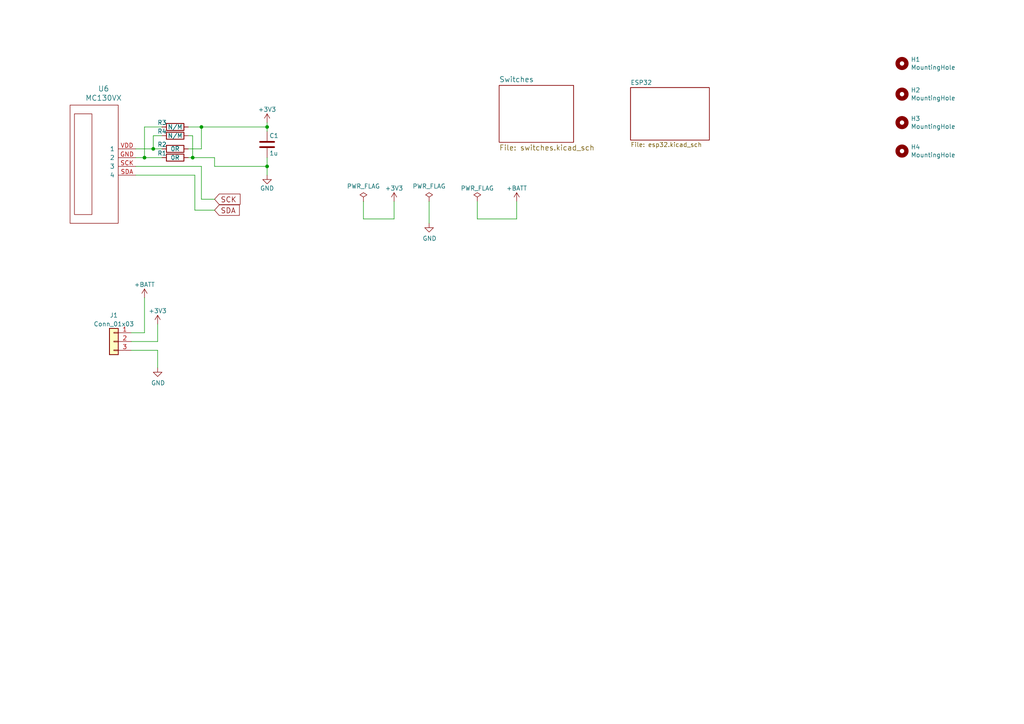
<source format=kicad_sch>
(kicad_sch (version 20230409) (generator eeschema)
  (paper "A4")
  (lib_symbols
    (symbol "Connector_Generic:Conn_01x03" (pin_names (offset 1.016) hide)
      (property "Reference" "J" (at 0 5.08 0))
      (property "Value" "Conn_01x03" (at 0 -5.08 0))
      (symbol "Conn_01x03_1_1"
        (rectangle (start -1.27 -2.413) (end 0 -2.667) (stroke (width 0.1524)))
        (rectangle (start -1.27 0.127) (end 0 -0.127) (stroke (width 0.1524)))
        (rectangle (start -1.27 2.667) (end 0 2.413) (stroke (width 0.1524)))
        (rectangle (start -1.27 3.81) (end 1.27 -3.81) (stroke (width 0.254)) (fill (type background)))
        (pin passive line (at -5.08 2.54 0) (length 3.81) (name "Pin_1") (number "1"))
        (pin passive line (at -5.08 0 0) (length 3.81) (name "Pin_2") (number "2"))
        (pin passive line (at -5.08 -2.54 0) (length 3.81) (name "Pin_3") (number "3"))
      )
    )
    (symbol "Device:R" (pin_numbers hide) (pin_names (offset 0))
      (property "Reference" "R" (at 2.032 0 90))
      (property "Value" "R" (at 0 0 90))
      (symbol "R_0_1"
        (rectangle (start -1.016 -2.54) (end 1.016 2.54) (stroke (width 0.254)))
      )
      (symbol "R_1_1"
        (pin passive line (at 0 3.81 270) (length 1.27) (name "~") (number "1"))
        (pin passive line (at 0 -3.81 90) (length 1.27) (name "~") (number "2"))
      )
    )
    (symbol "Mechanical:MountingHole" (pin_names (offset 1.016))
      (property "Reference" "H" (at 0 5.08 0))
      (property "Value" "MountingHole" (at 0 3.175 0))
      (symbol "MountingHole_0_1"
        (circle (center 0 0) (radius 1.27) (stroke (width 1.27)))
      )
    )
    (symbol "oled:OLED_4pin_I2C" (pin_names (offset 1.016))
      (property "Reference" "U" (at -11.43 11.43 0))
      (property "Value" "OLED_4pin_I2C" (at -3.81 8.89 0))
      (symbol "OLED_4pin_I2C_0_1"
        (rectangle (start -12.7 7.62) (end 21.59 -6.35))
        (rectangle (start -10.16 6.35) (end 19.05 1.27))
      )
      (symbol "OLED_4pin_I2C_1_1"
        (pin power_in line (at 2.54 -11.43 90) (length 5.08) (name "2") (number "GND"))
        (pin input line (at 5.08 -11.43 90) (length 5.08) (name "3") (number "SCK"))
        (pin input line (at 7.62 -11.43 90) (length 5.08) (name "4") (number "SDA"))
        (pin power_in line (at 0 -11.43 90) (length 5.08) (name "1") (number "VDD"))
      )
    )
    (symbol "power:+3V3" (power) (pin_names (offset 0))
      (property "Value" "+3V3" (at 0 3.556 0))
      (symbol "+3V3_0_1"
        (polyline (pts (xy -0.762 1.27) (xy 0 2.54)))
        (polyline (pts (xy 0 0) (xy 0 2.54)))
        (polyline (pts (xy 0 2.54) (xy 0.762 1.27)))
      )
      (symbol "+3V3_1_1"
        (pin power_in line (at 0 0 90) (length 0) hide (name "+3V3") (number "1"))
      )
    )
    (symbol "power:+BATT" (power) (pin_names (offset 0))
      (property "Value" "+BATT" (at 0 3.556 0))
      (symbol "+BATT_0_1"
        (polyline (pts (xy -0.762 1.27) (xy 0 2.54)))
        (polyline (pts (xy 0 0) (xy 0 2.54)))
        (polyline (pts (xy 0 2.54) (xy 0.762 1.27)))
      )
      (symbol "+BATT_1_1"
        (pin power_in line (at 0 0 90) (length 0) hide (name "+BATT") (number "1"))
      )
    )
    (symbol "power:GND" (power) (pin_names (offset 0))
      (property "Value" "GND" (at 0 -3.81 0))
      (symbol "GND_0_1"
        (polyline (pts (xy 0 0) (xy 0 -1.27) (xy 1.27 -1.27) (xy 0 -2.54) (xy -1.27 -1.27) (xy 0 -1.27)))
      )
      (symbol "GND_1_1"
        (pin power_in line (at 0 0 270) (length 0) hide (name "GND") (number "1"))
      )
    )
    (symbol "power:PWR_FLAG" (power) (pin_numbers hide) (pin_names (offset 0) hide)
      (property "Value" "PWR_FLAG" (at 0 3.81 0))
      (symbol "PWR_FLAG_0_0"
        (pin power_out line (at 0 0 90) (length 0) (name "pwr") (number "1"))
      )
      (symbol "PWR_FLAG_0_1"
        (polyline (pts (xy 0 0) (xy 0 1.27) (xy -1.016 1.905) (xy 0 2.54) (xy 1.016 1.905) (xy 0 1.27)))
      )
    )
    (symbol "remote-rescue:C" (pin_numbers hide) (pin_names (offset 0.254))
      (property "Reference" "C" (at 0.635 2.54 0))
      (property "Value" "C" (at 0.635 -2.54 0))
      (symbol "C_0_1"
        (polyline (pts (xy -2.032 -0.762) (xy 2.032 -0.762)) (stroke (width 0.508)))
        (polyline (pts (xy -2.032 0.762) (xy 2.032 0.762)) (stroke (width 0.508)))
      )
      (symbol "C_1_1"
        (pin passive line (at 0 3.81 270) (length 2.794) (name "~") (number "1"))
        (pin passive line (at 0 -3.81 90) (length 2.794) (name "~") (number "2"))
      )
    )
    (symbol "remote-rescue:GND" (power) (pin_names (offset 0))
      (property "Value" "GND" (at 0 -3.81 0))
      (symbol "GND_0_1"
        (polyline (pts (xy 0 0) (xy 0 -1.27) (xy 1.27 -1.27) (xy 0 -2.54) (xy -1.27 -1.27) (xy 0 -1.27)))
      )
      (symbol "GND_1_1"
        (pin power_in line (at 0 0 270) (length 0) hide (name "GND") (number "1"))
      )
    )
  )
  (junction (at 77.47 36.83))
  (junction (at 77.47 48.26))
  (junction (at 44.45 43.18))
  (junction (at 41.91 45.72))
  (junction (at 55.88 45.72))
  (junction (at 58.42 36.83))
  (wire (pts (xy 46.99 39.37) (xy 44.45 39.37)))
  (wire (pts (xy 39.37 43.18) (xy 44.45 43.18)))
  (wire (pts (xy 38.1 101.6) (xy 45.72 101.6)))
  (wire (pts (xy 55.88 45.72) (xy 62.23 45.72)))
  (wire (pts (xy 45.72 99.06) (xy 45.72 93.98)))
  (wire (pts (xy 45.72 101.6) (xy 45.72 106.68)))
  (wire (pts (xy 38.1 99.06) (xy 45.72 99.06)))
  (wire (pts (xy 41.91 96.52) (xy 38.1 96.52)))
  (wire (pts (xy 58.42 57.785) (xy 62.23 57.785)))
  (wire (pts (xy 56.515 50.8) (xy 56.515 60.96)))
  (wire (pts (xy 44.45 39.37) (xy 44.45 43.18)))
  (wire (pts (xy 58.42 43.18) (xy 58.42 36.83)))
  (wire (pts (xy 55.88 39.37) (xy 55.88 45.72)))
  (wire (pts (xy 77.47 35.56) (xy 77.47 36.83)))
  (wire (pts (xy 39.37 48.26) (xy 58.42 48.26)))
  (wire (pts (xy 39.37 45.72) (xy 41.91 45.72)))
  (wire (pts (xy 39.37 50.8) (xy 56.515 50.8)))
  (wire (pts (xy 62.23 45.72) (xy 62.23 48.26)))
  (wire (pts (xy 149.86 63.5) (xy 138.43 63.5)))
  (wire (pts (xy 124.46 64.77) (xy 124.46 58.42)))
  (wire (pts (xy 46.99 36.83) (xy 41.91 36.83)))
  (wire (pts (xy 56.515 60.96) (xy 62.23 60.96)))
  (wire (pts (xy 149.86 58.42) (xy 149.86 63.5)))
  (wire (pts (xy 41.91 86.36) (xy 41.91 96.52)))
  (wire (pts (xy 77.47 48.26) (xy 77.47 50.8)))
  (wire (pts (xy 58.42 36.83) (xy 77.47 36.83)))
  (wire (pts (xy 44.45 43.18) (xy 46.99 43.18)))
  (wire (pts (xy 54.61 36.83) (xy 58.42 36.83)))
  (wire (pts (xy 62.23 48.26) (xy 77.47 48.26)))
  (wire (pts (xy 77.47 36.83) (xy 77.47 38.1)))
  (wire (pts (xy 105.41 63.5) (xy 114.3 63.5)))
  (wire (pts (xy 54.61 45.72) (xy 55.88 45.72)))
  (wire (pts (xy 54.61 39.37) (xy 55.88 39.37)))
  (wire (pts (xy 77.47 45.72) (xy 77.47 48.26)))
  (wire (pts (xy 54.61 43.18) (xy 58.42 43.18)))
  (wire (pts (xy 114.3 63.5) (xy 114.3 58.42)))
  (wire (pts (xy 105.41 58.42) (xy 105.41 63.5)))
  (wire (pts (xy 41.91 45.72) (xy 46.99 45.72)))
  (wire (pts (xy 138.43 63.5) (xy 138.43 58.42)))
  (wire (pts (xy 58.42 48.26) (xy 58.42 57.785)))
  (wire (pts (xy 41.91 36.83) (xy 41.91 45.72)))
  (global_label "SDA" (shape input) (at 62.23 60.96 0) (effects (font (size 1.524 1.524))) (property "Intersheetrefs" "${INTERSHEET_REFS}" (effects hide)))
  (global_label "SCK" (shape input) (at 62.23 57.785 0) (effects (font (size 1.524 1.524))) (property "Intersheetrefs" "${INTERSHEET_REFS}" (effects hide)))
  (symbol (lib_id "remote-rescue:GND") (at 77.47 50.8 0) (unit 1)
    (property "Reference" "#PWR0102" (effects hide))
    (property "Value" "GND" (at 77.47 54.61 0))
  )
  (symbol (lib_id "remote-rescue:C") (at 77.47 41.91 0) (unit 1)
    (property "Reference" "C1" (at 78.105 39.37 0) (effects (justify left)))
    (property "Value" "1u" (at 78.105 44.45 0) (effects (justify left)))
    (property "Footprint" "Capacitor_SMD:C_0805_2012Metric" (effects hide))
  )
  (symbol (lib_id "power:GND") (at 45.72 106.68 0) (unit 1)
    (property "Reference" "#PWR02" (effects hide))
    (property "Value" "GND" (at 45.847 111.0742 0))
  )
  (symbol (lib_id "power:PWR_FLAG") (at 105.41 58.42 0) (unit 1)
    (property "Reference" "#FLG0101" (effects hide))
    (property "Value" "PWR_FLAG" (at 105.41 54.0258 0))
  )
  (symbol (lib_id "power:PWR_FLAG") (at 124.46 58.42 0) (unit 1)
    (property "Reference" "#FLG0102" (effects hide))
    (property "Value" "PWR_FLAG" (at 124.46 54.0258 0))
  )
  (symbol (lib_id "power:GND") (at 124.46 64.77 0) (unit 1)
    (property "Reference" "#PWR0128" (effects hide))
    (property "Value" "GND" (at 124.587 69.1642 0))
  )
  (symbol (lib_id "oled:OLED_4pin_I2C") (at 27.94 43.18 90) (mirror x) (unit 1)
    (property "Reference" "U6" (at 30.0482 25.7302 90) (effects (font (size 1.524 1.524))))
    (property "Value" "MC130VX" (at 30.0482 28.4226 90) (effects (font (size 1.524 1.524))))
    (property "Footprint" "Remote:Display_OLED_4pin_I2C" (effects hide))
  )
  (symbol (lib_id "Mechanical:MountingHole") (at 261.62 18.415 0) (unit 1)
    (property "Reference" "H1" (at 264.16 17.2466 0) (effects (justify left)))
    (property "Value" "MountingHole" (at 264.16 19.558 0) (effects (justify left)))
    (property "Footprint" "MountingHole:MountingHole_3.2mm_M3" (effects hide))
  )
  (symbol (lib_id "Mechanical:MountingHole") (at 261.62 27.305 0) (unit 1)
    (property "Reference" "H2" (at 264.16 26.1366 0) (effects (justify left)))
    (property "Value" "MountingHole" (at 264.16 28.448 0) (effects (justify left)))
    (property "Footprint" "MountingHole:MountingHole_3.2mm_M3" (effects hide))
  )
  (symbol (lib_id "Mechanical:MountingHole") (at 261.62 35.56 0) (unit 1)
    (property "Reference" "H3" (at 264.16 34.3916 0) (effects (justify left)))
    (property "Value" "MountingHole" (at 264.16 36.703 0) (effects (justify left)))
    (property "Footprint" "MountingHole:MountingHole_3.2mm_M3" (effects hide))
  )
  (symbol (lib_id "Mechanical:MountingHole") (at 261.62 43.815 0) (unit 1)
    (property "Reference" "H4" (at 264.16 42.6466 0) (effects (justify left)))
    (property "Value" "MountingHole" (at 264.16 44.958 0) (effects (justify left)))
    (property "Footprint" "MountingHole:MountingHole_3.2mm_M3" (effects hide))
  )
  (symbol (lib_id "Device:R") (at 50.8 43.18 90) (unit 1)
    (property "Reference" "R2" (at 46.99 41.91 90))
    (property "Value" "0R" (at 50.8 43.18 90))
    (property "Footprint" "Capacitor_SMD:C_0603_1608Metric" (effects hide))
  )
  (symbol (lib_id "power:+BATT") (at 149.86 58.42 0) (unit 1)
    (property "Reference" "#PWR019" (effects hide))
    (property "Value" "+BATT" (at 149.86 54.61 0))
  )
  (symbol (lib_id "Connector_Generic:Conn_01x03") (at 33.02 99.06 0) (mirror y) (unit 1)
    (property "Reference" "J1" (at 33.02 91.44 0))
    (property "Value" "Conn_01x03" (at 33.02 93.98 0))
    (property "Footprint" "Connector_JST:JST_XH_B03B-XH-A_1x03_P2.50mm_Vertical" (effects hide))
  )
  (symbol (lib_id "Device:R") (at 50.8 36.83 90) (unit 1)
    (property "Reference" "R3" (at 46.99 35.56 90))
    (property "Value" "N/M" (at 50.8 36.83 90))
    (property "Footprint" "Resistor_SMD:R_0603_1608Metric" (effects hide))
  )
  (symbol (lib_id "Device:R") (at 50.8 39.37 90) (unit 1)
    (property "Reference" "R4" (at 46.99 38.1 90))
    (property "Value" "N/M" (at 50.8 39.37 90))
    (property "Footprint" "Resistor_SMD:R_0603_1608Metric" (effects hide))
  )
  (symbol (lib_id "power:PWR_FLAG") (at 138.43 58.42 0) (unit 1)
    (property "Reference" "#FLG01" (effects hide))
    (property "Value" "PWR_FLAG" (at 138.43 54.61 0))
  )
  (symbol (lib_id "power:+3V3") (at 77.47 35.56 0) (unit 1)
    (property "Reference" "#PWR03" (effects hide))
    (property "Value" "+3V3" (at 77.47 31.75 0))
  )
  (symbol (lib_id "power:+3V3") (at 45.72 93.98 0) (unit 1)
    (property "Reference" "#PWR01" (effects hide))
    (property "Value" "+3V3" (at 45.72 90.17 0))
  )
  (symbol (lib_id "power:+3V3") (at 114.3 58.42 0) (unit 1)
    (property "Reference" "#PWR07" (effects hide))
    (property "Value" "+3V3" (at 114.3 54.61 0))
  )
  (symbol (lib_id "power:+BATT") (at 41.91 86.36 0) (unit 1)
    (property "Reference" "#PWR015" (effects hide))
    (property "Value" "+BATT" (at 41.91 82.55 0))
  )
  (symbol (lib_id "Device:R") (at 50.8 45.72 90) (unit 1)
    (property "Reference" "R1" (at 46.99 44.45 90))
    (property "Value" "0R" (at 50.8 45.72 90))
    (property "Footprint" "Capacitor_SMD:C_0603_1608Metric" (effects hide))
  )
  (sheet (at 144.78 24.765) (size 21.59 16.51)
    (property "Sheetname" "Switches" (at 144.78 23.9264 0) (effects (font (size 1.524 1.524)) (justify left bottom)))
    (property "Sheetfile" "switches.kicad_sch" (at 144.78 41.9612 0) (effects (font (size 1.524 1.524)) (justify left top)))
  )
  (sheet (at 182.88 25.4) (size 22.86 15.24) (stroke (width 0.1524))
    (property "Sheetname" "ESP32" (at 182.88 24.6884 0) (effects (justify left bottom)))
    (property "Sheetfile" "esp32.kicad_sch" (at 182.88 41.2246 0) (effects (justify left top)))
  )
)
</source>
